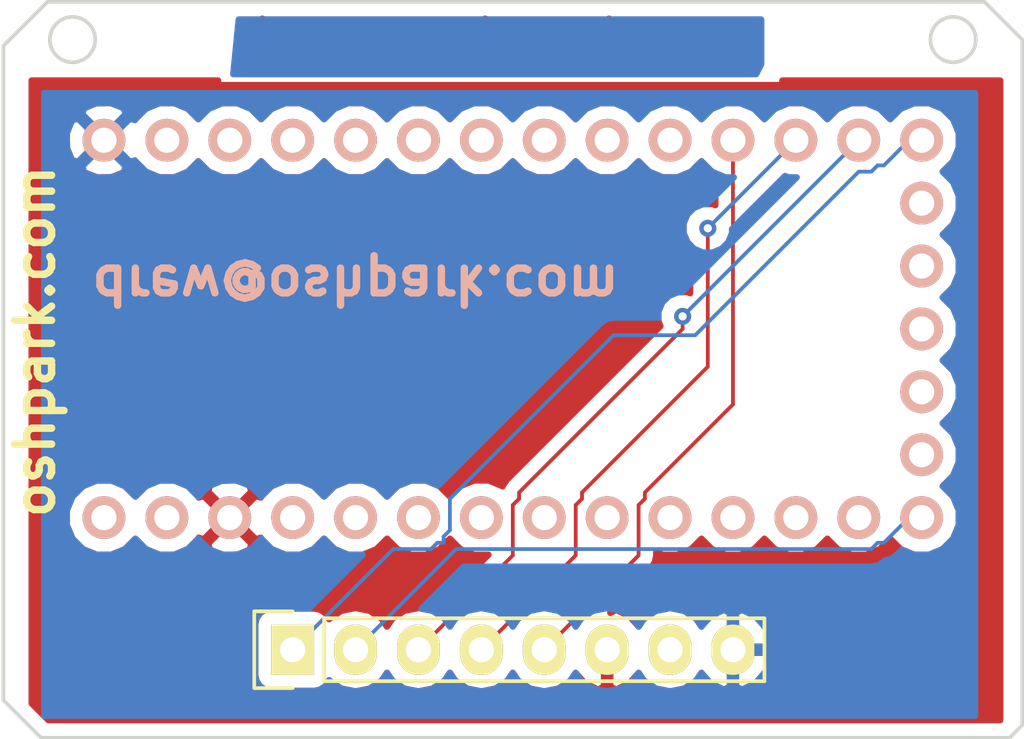
<source format=kicad_pcb>
(kicad_pcb (version 4) (host pcbnew 4.0.2-1.fc23-product)

  (general
    (links 7)
    (no_connects 0)
    (area 47.498 88.392 87.122 127)
    (thickness 1.6)
    (drawings 35)
    (tracks 43)
    (zones 0)
    (modules 2)
    (nets 35)
  )

  (page A4)
  (layers
    (0 F.Cu signal)
    (31 B.Cu signal)
    (32 B.Adhes user)
    (33 F.Adhes user)
    (34 B.Paste user)
    (35 F.Paste user)
    (36 B.SilkS user hide)
    (37 F.SilkS user)
    (38 B.Mask user)
    (39 F.Mask user)
    (40 Dwgs.User user)
    (41 Cmts.User user)
    (42 Eco1.User user)
    (43 Eco2.User user)
    (44 Edge.Cuts user)
    (45 Margin user)
    (46 B.CrtYd user)
    (47 F.CrtYd user)
    (48 B.Fab user)
    (49 F.Fab user)
  )

  (setup
    (last_trace_width 0.1524)
    (trace_clearance 0.1524)
    (zone_clearance 0.508)
    (zone_45_only no)
    (trace_min 0.1524)
    (segment_width 0.2)
    (edge_width 0.15)
    (via_size 0.6858)
    (via_drill 0.3302)
    (via_min_size 0.6858)
    (via_min_drill 0.3302)
    (uvia_size 0.3)
    (uvia_drill 0.1)
    (uvias_allowed no)
    (uvia_min_size 0)
    (uvia_min_drill 0)
    (pcb_text_width 0.3)
    (pcb_text_size 1.5 1.5)
    (mod_edge_width 0.15)
    (mod_text_size 1 1)
    (mod_text_width 0.15)
    (pad_size 1.524 1.524)
    (pad_drill 0.762)
    (pad_to_mask_clearance 0.2)
    (aux_axis_origin 0 0)
    (visible_elements FFFFF77F)
    (pcbplotparams
      (layerselection 0x00030_80000001)
      (usegerberextensions false)
      (excludeedgelayer true)
      (linewidth 0.100000)
      (plotframeref false)
      (viasonmask false)
      (mode 1)
      (useauxorigin false)
      (hpglpennumber 1)
      (hpglpenspeed 20)
      (hpglpendiameter 15)
      (hpglpenoverlay 2)
      (psnegative false)
      (psa4output false)
      (plotreference true)
      (plotvalue true)
      (plotinvisibletext false)
      (padsonsilk false)
      (subtractmaskfromsilk false)
      (outputformat 1)
      (mirror false)
      (drillshape 1)
      (scaleselection 1)
      (outputdirectory ""))
  )

  (net 0 "")
  (net 1 "Net-(J1-Pad0)")
  (net 2 "Net-(J1-Pad1)")
  (net 3 "Net-(J1-Pad2)")
  (net 4 "Net-(J1-Pad3)")
  (net 5 "Net-(J1-Pad4)")
  (net 6 "Net-(J1-Pad5)")
  (net 7 "Net-(J1-Pad6)")
  (net 8 "Net-(J1-Pad7)")
  (net 9 "Net-(J1-Pad8)")
  (net 10 "Net-(J1-Pad17A)")
  (net 11 "Net-(J1-Pad3V1)")
  (net 12 "Net-(J1-PadG2)")
  (net 13 "Net-(J1-PadPGM)")
  (net 14 "Net-(J1-PadDAC)")
  (net 15 "Net-(J1-Pad16)")
  (net 16 "Net-(J1-Pad18)")
  (net 17 "Net-(J1-Pad17)")
  (net 18 "Net-(J1-PadG3)")
  (net 19 "Net-(J1-Pad22)")
  (net 20 "Net-(J1-PadVIN)")
  (net 21 "Net-(J1-Pad21)")
  (net 22 "Net-(J1-Pad20)")
  (net 23 "Net-(J1-Pad19)")
  (net 24 "Net-(J1-Pad23)")
  (net 25 "Net-(J1-Pad14)")
  (net 26 "Net-(J1-Pad15)")
  (net 27 "Net-(J2-Pad7)")
  (net 28 /OLED_GND)
  (net 29 /MOSI)
  (net 30 /CLK)
  (net 31 /DC)
  (net 32 /CS)
  (net 33 /OLED_VIN)
  (net 34 /RST)

  (net_class Default "This is the default net class."
    (clearance 0.1524)
    (trace_width 0.1524)
    (via_dia 0.6858)
    (via_drill 0.3302)
    (uvia_dia 0.3)
    (uvia_drill 0.1)
    (add_net /CLK)
    (add_net /CS)
    (add_net /DC)
    (add_net /MOSI)
    (add_net /OLED_GND)
    (add_net /OLED_VIN)
    (add_net /RST)
    (add_net "Net-(J1-Pad0)")
    (add_net "Net-(J1-Pad1)")
    (add_net "Net-(J1-Pad14)")
    (add_net "Net-(J1-Pad15)")
    (add_net "Net-(J1-Pad16)")
    (add_net "Net-(J1-Pad17)")
    (add_net "Net-(J1-Pad17A)")
    (add_net "Net-(J1-Pad18)")
    (add_net "Net-(J1-Pad19)")
    (add_net "Net-(J1-Pad2)")
    (add_net "Net-(J1-Pad20)")
    (add_net "Net-(J1-Pad21)")
    (add_net "Net-(J1-Pad22)")
    (add_net "Net-(J1-Pad23)")
    (add_net "Net-(J1-Pad3)")
    (add_net "Net-(J1-Pad3V1)")
    (add_net "Net-(J1-Pad4)")
    (add_net "Net-(J1-Pad5)")
    (add_net "Net-(J1-Pad6)")
    (add_net "Net-(J1-Pad7)")
    (add_net "Net-(J1-Pad8)")
    (add_net "Net-(J1-PadDAC)")
    (add_net "Net-(J1-PadG2)")
    (add_net "Net-(J1-PadG3)")
    (add_net "Net-(J1-PadPGM)")
    (add_net "Net-(J1-PadVIN)")
    (add_net "Net-(J2-Pad7)")
  )

  (module TEENSY-LC (layer B.Cu) (tedit 573A94F4) (tstamp 573A8432)
    (at 60.706 101.092 270)
    (path /573A858B)
    (fp_text reference "" (at -2.032 9.906 270) (layer B.SilkS)
      (effects (font (size 1 1) (thickness 0.15)) (justify mirror))
    )
    (fp_text value TEENSY-LC (at -2.54 -20.32 450) (layer B.Fab)
      (effects (font (size 1 1) (thickness 0.15)) (justify mirror))
    )
    (fp_line (start -11.43 -24.13) (end 6.35 -24.13) (layer B.CrtYd) (width 0.1524))
    (fp_line (start -11.43 11.43) (end -11.43 -24.13) (layer B.CrtYd) (width 0.1524))
    (fp_line (start 6.35 11.43) (end -11.43 11.43) (layer B.CrtYd) (width 0.1524))
    (fp_line (start 6.35 -24.13) (end 6.35 11.43) (layer B.CrtYd) (width 0.1524))
    (pad G1 thru_hole circle (at -10.16 10.16 270) (size 1.7272 1.7272) (drill 1.016) (layers *.Cu *.Mask B.SilkS)
      (net 28 /OLED_GND))
    (pad 0 thru_hole circle (at -10.16 7.62 270) (size 1.7272 1.7272) (drill 1.016) (layers *.Cu *.Mask B.SilkS)
      (net 1 "Net-(J1-Pad0)"))
    (pad 1 thru_hole circle (at -10.16 5.08 270) (size 1.7272 1.7272) (drill 1.016) (layers *.Cu *.Mask B.SilkS)
      (net 2 "Net-(J1-Pad1)"))
    (pad 2 thru_hole circle (at -10.16 2.54 270) (size 1.7272 1.7272) (drill 1.016) (layers *.Cu *.Mask B.SilkS)
      (net 3 "Net-(J1-Pad2)"))
    (pad 3 thru_hole circle (at -10.16 0 270) (size 1.7272 1.7272) (drill 1.016) (layers *.Cu *.Mask B.SilkS)
      (net 4 "Net-(J1-Pad3)"))
    (pad 4 thru_hole circle (at -10.16 -2.54 270) (size 1.7272 1.7272) (drill 1.016) (layers *.Cu *.Mask B.SilkS)
      (net 5 "Net-(J1-Pad4)"))
    (pad 5 thru_hole circle (at -10.16 -5.08 270) (size 1.7272 1.7272) (drill 1.016) (layers *.Cu *.Mask B.SilkS)
      (net 6 "Net-(J1-Pad5)"))
    (pad 6 thru_hole circle (at -10.16 -7.62 270) (size 1.7272 1.7272) (drill 1.016) (layers *.Cu *.Mask B.SilkS)
      (net 7 "Net-(J1-Pad6)"))
    (pad 7 thru_hole circle (at -10.16 -10.16 270) (size 1.7272 1.7272) (drill 1.016) (layers *.Cu *.Mask B.SilkS)
      (net 8 "Net-(J1-Pad7)"))
    (pad 8 thru_hole circle (at -10.16 -12.7 270) (size 1.7272 1.7272) (drill 1.016) (layers *.Cu *.Mask B.SilkS)
      (net 9 "Net-(J1-Pad8)"))
    (pad 9 thru_hole circle (at -10.16 -15.24 270) (size 1.7272 1.7272) (drill 1.016) (layers *.Cu *.Mask B.SilkS)
      (net 29 /MOSI))
    (pad 10 thru_hole circle (at -10.16 -17.78 270) (size 1.7272 1.7272) (drill 1.016) (layers *.Cu *.Mask B.SilkS)
      (net 30 /CLK))
    (pad 11 thru_hole circle (at -10.16 -20.32 270) (size 1.7272 1.7272) (drill 1.016) (layers *.Cu *.Mask B.SilkS)
      (net 31 /DC))
    (pad 12 thru_hole circle (at -10.16 -22.86 270) (size 1.7272 1.7272) (drill 1.016) (layers *.Cu *.Mask B.SilkS)
      (net 32 /CS))
    (pad 17A thru_hole circle (at -7.62 -22.86 270) (size 1.7272 1.7272) (drill 1.016) (layers *.Cu *.Mask B.SilkS)
      (net 10 "Net-(J1-Pad17A)"))
    (pad 3V1 thru_hole circle (at -5.08 -22.86 270) (size 1.7272 1.7272) (drill 1.016) (layers *.Cu *.Mask B.SilkS)
      (net 11 "Net-(J1-Pad3V1)"))
    (pad G2 thru_hole circle (at -2.54 -22.86 270) (size 1.7272 1.7272) (drill 1.016) (layers *.Cu *.Mask B.SilkS)
      (net 12 "Net-(J1-PadG2)"))
    (pad PGM thru_hole circle (at 0 -22.86 270) (size 1.7272 1.7272) (drill 1.016) (layers *.Cu *.Mask B.SilkS)
      (net 13 "Net-(J1-PadPGM)"))
    (pad DAC thru_hole circle (at 2.54 -22.86 270) (size 1.7272 1.7272) (drill 1.016) (layers *.Cu *.Mask B.SilkS)
      (net 14 "Net-(J1-PadDAC)"))
    (pad 13 thru_hole circle (at 5.08 -22.86 270) (size 1.7272 1.7272) (drill 1.016) (layers *.Cu *.Mask B.SilkS)
      (net 34 /RST))
    (pad 16 thru_hole circle (at 5.08 -15.24 270) (size 1.7272 1.7272) (drill 1.016) (layers *.Cu *.Mask B.SilkS)
      (net 15 "Net-(J1-Pad16)"))
    (pad 3V2 thru_hole circle (at 5.08 5.08 270) (size 1.7272 1.7272) (drill 1.016) (layers *.Cu *.Mask B.SilkS)
      (net 33 /OLED_VIN))
    (pad 18 thru_hole circle (at 5.08 -10.16 270) (size 1.7272 1.7272) (drill 1.016) (layers *.Cu *.Mask B.SilkS)
      (net 16 "Net-(J1-Pad18)"))
    (pad 17 thru_hole circle (at 5.08 -12.7 270) (size 1.7272 1.7272) (drill 1.016) (layers *.Cu *.Mask B.SilkS)
      (net 17 "Net-(J1-Pad17)"))
    (pad G3 thru_hole circle (at 5.08 7.62 270) (size 1.7272 1.7272) (drill 1.016) (layers *.Cu *.Mask B.SilkS)
      (net 18 "Net-(J1-PadG3)"))
    (pad 22 thru_hole circle (at 5.08 0 270) (size 1.7272 1.7272) (drill 1.016) (layers *.Cu *.Mask B.SilkS)
      (net 19 "Net-(J1-Pad22)"))
    (pad VIN thru_hole circle (at 5.08 10.16 270) (size 1.7272 1.7272) (drill 1.016) (layers *.Cu *.Mask B.SilkS)
      (net 20 "Net-(J1-PadVIN)"))
    (pad 21 thru_hole circle (at 5.08 -2.54 270) (size 1.7272 1.7272) (drill 1.016) (layers *.Cu *.Mask B.SilkS)
      (net 21 "Net-(J1-Pad21)"))
    (pad 20 thru_hole circle (at 5.08 -5.08 270) (size 1.7272 1.7272) (drill 1.016) (layers *.Cu *.Mask B.SilkS)
      (net 22 "Net-(J1-Pad20)"))
    (pad 19 thru_hole circle (at 5.08 -7.62 270) (size 1.7272 1.7272) (drill 1.016) (layers *.Cu *.Mask B.SilkS)
      (net 23 "Net-(J1-Pad19)"))
    (pad 23 thru_hole circle (at 5.08 2.54 270) (size 1.7272 1.7272) (drill 1.016) (layers *.Cu *.Mask B.SilkS)
      (net 24 "Net-(J1-Pad23)"))
    (pad 14 thru_hole circle (at 5.08 -20.32 270) (size 1.7272 1.7272) (drill 1.016) (layers *.Cu *.Mask B.SilkS)
      (net 25 "Net-(J1-Pad14)"))
    (pad 15 thru_hole circle (at 5.08 -17.78 270) (size 1.7272 1.7272) (drill 1.016) (layers *.Cu *.Mask B.SilkS)
      (net 26 "Net-(J1-Pad15)"))
  )

  (module Wickerlib:Pin_Header_Straight_1x08 (layer F.Cu) (tedit 573AA435) (tstamp 573A8638)
    (at 58.166 111.506 90)
    (descr "Through hole pin header")
    (tags "pin header")
    (path /573A86BD)
    (fp_text reference "" (at 0 -5.1 90) (layer F.SilkS)
      (effects (font (size 1 1) (thickness 0.15)))
    )
    (fp_text value OLED (at 0 -3.1 90) (layer F.Fab)
      (effects (font (size 1 1) (thickness 0.15)))
    )
    (fp_line (start -1.75 -1.75) (end -1.75 19.55) (layer F.CrtYd) (width 0.05))
    (fp_line (start 1.75 -1.75) (end 1.75 19.55) (layer F.CrtYd) (width 0.05))
    (fp_line (start -1.75 -1.75) (end 1.75 -1.75) (layer F.CrtYd) (width 0.05))
    (fp_line (start -1.75 19.55) (end 1.75 19.55) (layer F.CrtYd) (width 0.05))
    (fp_line (start 1.27 1.27) (end 1.27 19.05) (layer F.SilkS) (width 0.15))
    (fp_line (start 1.27 19.05) (end -1.27 19.05) (layer F.SilkS) (width 0.15))
    (fp_line (start -1.27 19.05) (end -1.27 1.27) (layer F.SilkS) (width 0.15))
    (fp_line (start 1.55 -1.55) (end 1.55 0) (layer F.SilkS) (width 0.15))
    (fp_line (start 1.27 1.27) (end -1.27 1.27) (layer F.SilkS) (width 0.15))
    (fp_line (start -1.55 0) (end -1.55 -1.55) (layer F.SilkS) (width 0.15))
    (fp_line (start -1.55 -1.55) (end 1.55 -1.55) (layer F.SilkS) (width 0.15))
    (pad 1 thru_hole rect (at 0 0 90) (size 2.032 1.7272) (drill 1.016) (layers *.Cu *.Mask F.SilkS)
      (net 32 /CS))
    (pad 2 thru_hole oval (at 0 2.54 90) (size 2.032 1.7272) (drill 1.016) (layers *.Cu *.Mask F.SilkS)
      (net 34 /RST))
    (pad 3 thru_hole oval (at 0 5.08 90) (size 2.032 1.7272) (drill 1.016) (layers *.Cu *.Mask F.SilkS)
      (net 31 /DC))
    (pad 4 thru_hole oval (at 0 7.62 90) (size 2.032 1.7272) (drill 1.016) (layers *.Cu *.Mask F.SilkS)
      (net 30 /CLK))
    (pad 5 thru_hole oval (at 0 10.16 90) (size 2.032 1.7272) (drill 1.016) (layers *.Cu *.Mask F.SilkS)
      (net 29 /MOSI))
    (pad 6 thru_hole oval (at 0 12.7 90) (size 2.032 1.7272) (drill 1.016) (layers *.Cu *.Mask F.SilkS)
      (net 33 /OLED_VIN))
    (pad 7 thru_hole oval (at 0 15.24 90) (size 2.032 1.7272) (drill 1.016) (layers *.Cu *.Mask F.SilkS)
      (net 27 "Net-(J2-Pad7)"))
    (pad 8 thru_hole oval (at 0 17.78 90) (size 2.032 1.7272) (drill 1.016) (layers *.Cu *.Mask F.SilkS)
      (net 28 /OLED_GND))
    (model Pin_Headers.3dshapes/Pin_Header_Straight_1x08.wrl
      (at (xyz 0 -0.35 0))
      (scale (xyz 1 1 1))
      (rotate (xyz 0 0 90))
    )
  )

  (gr_line (start 85.598 115.062) (end 87.122 115.062) (angle 90) (layer Edge.Cuts) (width 0.15))
  (gr_line (start 46.482 112.776) (end 46.482 113.538) (angle 90) (layer Edge.Cuts) (width 0.15))
  (gr_text "DREW FUSTINI" (at 58.42 98.806 180) (layer B.Mask)
    (effects (font (size 1.5 1.5) (thickness 0.3)) (justify mirror))
  )
  (gr_text "DREW FUSTINI" (at 86.106 98.806 90) (layer F.Mask)
    (effects (font (size 1.5 1.5) (thickness 0.3)))
  )
  (gr_text oshpark.com (at 47.752 99.06 90) (layer F.SilkS)
    (effects (font (size 1.5 1.5) (thickness 0.3)))
  )
  (gr_text "OSH\nPark" (at 51.054 111.506) (layer F.Mask)
    (effects (font (size 1.5 1.5) (thickness 0.3)))
  )
  (gr_arc (start 79.248 111.76) (end 79.502 111.76) (angle 90) (layer F.Mask) (width 0.2))
  (gr_arc (start 82.296 111.76) (end 82.296 112.014) (angle 90) (layer F.Mask) (width 0.2))
  (gr_arc (start 80.264 110.998) (end 80.01 111.252) (angle 90) (layer F.Mask) (width 0.2))
  (gr_arc (start 81.534 110.998) (end 81.28 111.252) (angle 90) (layer F.Mask) (width 0.2))
  (gr_line (start 81.534 109.22) (end 81.788 109.474) (angle 90) (layer F.Mask) (width 0.2))
  (gr_line (start 81.28 109.474) (end 81.534 109.22) (angle 90) (layer F.Mask) (width 0.2))
  (gr_line (start 80.264 109.22) (end 80.518 109.474) (angle 90) (layer F.Mask) (width 0.2))
  (gr_line (start 80.01 109.474) (end 80.264 109.22) (angle 90) (layer F.Mask) (width 0.2))
  (gr_arc (start 80.772 110.744) (end 82.042 112.014) (angle 90) (layer F.Mask) (width 0.2))
  (gr_line (start 81.534 109.728) (end 81.534 111.252) (angle 90) (layer F.Mask) (width 0.2))
  (gr_line (start 80.264 109.728) (end 80.264 111.252) (angle 90) (layer F.Mask) (width 0.2))
  (gr_text drew@oshpark.com (at 66.548 86.868) (layer F.Cu)
    (effects (font (size 1.5 1.5) (thickness 0.3)))
  )
  (gr_text drew@oshpark.com (at 66.548 86.868) (layer B.Mask)
    (effects (font (size 1.5 1.5) (thickness 0.3)) (justify mirror))
  )
  (gr_text drew@oshpark.com (at 66.548 86.868) (layer F.Mask)
    (effects (font (size 1.5 1.5) (thickness 0.3)))
  )
  (gr_circle (center 84.836 86.868) (end 84.328 86.106) (layer Edge.Cuts) (width 0.15) (tstamp 573AA278))
  (gr_circle (center 49.276 86.868) (end 48.768 86.106) (layer Edge.Cuts) (width 0.15))
  (gr_line (start 87.63 114.554) (end 87.122 115.062) (angle 90) (layer Edge.Cuts) (width 0.15))
  (gr_line (start 87.63 113.792) (end 87.63 114.554) (angle 90) (layer Edge.Cuts) (width 0.15))
  (gr_line (start 87.63 86.868) (end 87.63 113.792) (angle 90) (layer Edge.Cuts) (width 0.15))
  (gr_line (start 86.106 85.344) (end 87.63 86.868) (angle 90) (layer Edge.Cuts) (width 0.15))
  (gr_line (start 85.09 85.344) (end 86.106 85.344) (angle 90) (layer Edge.Cuts) (width 0.15))
  (gr_line (start 83.82 85.344) (end 85.09 85.344) (angle 90) (layer Edge.Cuts) (width 0.15))
  (gr_line (start 48.26 85.344) (end 83.82 85.344) (angle 90) (layer Edge.Cuts) (width 0.15))
  (gr_line (start 46.482 87.122) (end 48.26 85.344) (angle 90) (layer Edge.Cuts) (width 0.15))
  (gr_line (start 46.482 113.03) (end 46.482 87.122) (angle 90) (layer Edge.Cuts) (width 0.15))
  (gr_line (start 48.006 115.062) (end 85.598 115.062) (angle 90) (layer Edge.Cuts) (width 0.15))
  (gr_line (start 46.482 113.538) (end 48.006 115.062) (angle 90) (layer Edge.Cuts) (width 0.15))
  (gr_text drew@oshpark.com (at 60.706 95.25) (layer F.Mask)
    (effects (font (size 1.5 1.5) (thickness 0.3)))
  )
  (gr_text drew@oshpark.com (at 60.706 96.774 180) (layer B.SilkS)
    (effects (font (size 1.5 1.5) (thickness 0.3)) (justify mirror))
  )

  (segment (start 68.326 111.506) (end 72.136 107.696) (width 0.1524) (layer F.Cu) (net 29) (status 80000))
  (segment (start 72.136 107.696) (end 72.136 105.664) (width 0.1524) (layer F.Cu) (net 29) (status 80000))
  (segment (start 72.136 105.664) (end 72.39 105.41) (width 0.1524) (layer F.Cu) (net 29) (status 80000))
  (segment (start 72.39 105.41) (end 72.39 105.156) (width 0.1524) (layer F.Cu) (net 29) (status 80000))
  (segment (start 72.39 105.156) (end 75.946 101.6) (width 0.1524) (layer F.Cu) (net 29) (status 80000))
  (segment (start 75.946 101.6) (end 75.946 90.932) (width 0.1524) (layer F.Cu) (net 29) (status 80000))
  (segment (start 65.786 111.506) (end 69.596 107.696) (width 0.1524) (layer F.Cu) (net 30) (status 80000))
  (segment (start 69.596 107.696) (end 69.596 105.664) (width 0.1524) (layer F.Cu) (net 30) (status 80000))
  (segment (start 69.596 105.664) (end 69.85 105.41) (width 0.1524) (layer F.Cu) (net 30) (status 80000))
  (segment (start 69.85 105.41) (end 69.85 105.156) (width 0.1524) (layer F.Cu) (net 30) (status 80000))
  (segment (start 69.85 105.156) (end 74.93 100.076) (width 0.1524) (layer F.Cu) (net 30) (status 80000))
  (segment (start 74.93 100.076) (end 74.93 94.488) (width 0.1524) (layer F.Cu) (net 30) (status 80000))
  (via (at 74.93 94.488) (size 0.6858) (layers F.Cu B.Cu) (net 30) (status 80000))
  (segment (start 74.93 94.488) (end 78.486 90.932) (width 0.1524) (layer B.Cu) (net 30) (status 80000))
  (segment (start 63.246 111.506) (end 67.056 107.696) (width 0.1524) (layer F.Cu) (net 31) (status 80000))
  (segment (start 67.056 107.696) (end 67.056 105.664) (width 0.1524) (layer F.Cu) (net 31) (status 80000))
  (segment (start 67.056 105.664) (end 67.31 105.41) (width 0.1524) (layer F.Cu) (net 31) (status 80000))
  (segment (start 67.31 105.41) (end 67.31 105.156) (width 0.1524) (layer F.Cu) (net 31) (status 80000))
  (segment (start 67.31 105.156) (end 73.914 98.552) (width 0.1524) (layer F.Cu) (net 31) (status 80000))
  (segment (start 73.914 98.552) (end 73.914 98.044) (width 0.1524) (layer F.Cu) (net 31) (status 80000))
  (via (at 73.914 98.044) (size 0.6858) (layers F.Cu B.Cu) (net 31) (status 80000))
  (segment (start 73.914 98.044) (end 81.026 90.932) (width 0.1524) (layer B.Cu) (net 31) (status 80000))
  (segment (start 58.166 111.506) (end 62.23 107.442) (width 0.1524) (layer B.Cu) (net 32) (status 80000))
  (segment (start 62.23 107.442) (end 63.754 107.442) (width 0.1524) (layer B.Cu) (net 32) (status 80000))
  (segment (start 63.754 107.442) (end 64.008 107.188) (width 0.1524) (layer B.Cu) (net 32) (status 80000))
  (segment (start 64.008 107.188) (end 64.262 107.188) (width 0.1524) (layer B.Cu) (net 32) (status 80000))
  (segment (start 64.262 107.188) (end 64.262 106.934) (width 0.1524) (layer B.Cu) (net 32) (status 80000))
  (segment (start 64.262 106.934) (end 64.516 106.68) (width 0.1524) (layer B.Cu) (net 32) (status 80000))
  (segment (start 64.516 106.68) (end 64.516 105.41) (width 0.1524) (layer B.Cu) (net 32) (status 80000))
  (segment (start 64.516 105.41) (end 71.12 98.806) (width 0.1524) (layer B.Cu) (net 32) (status 80000))
  (segment (start 71.12 98.806) (end 74.422 98.806) (width 0.1524) (layer B.Cu) (net 32) (status 80000))
  (segment (start 74.422 98.806) (end 81.026 92.202) (width 0.1524) (layer B.Cu) (net 32) (status 80000))
  (segment (start 81.026 92.202) (end 81.534 92.202) (width 0.1524) (layer B.Cu) (net 32) (status 80000))
  (segment (start 81.534 92.202) (end 81.788 91.948) (width 0.1524) (layer B.Cu) (net 32) (status 80000))
  (segment (start 81.788 91.948) (end 82.042 91.948) (width 0.1524) (layer B.Cu) (net 32) (status 80000))
  (segment (start 82.042 91.948) (end 83.058 90.932) (width 0.1524) (layer B.Cu) (net 32) (status 80000))
  (segment (start 83.058 90.932) (end 83.566 90.932) (width 0.1524) (layer B.Cu) (net 32) (status 80000))
  (segment (start 60.706 111.506) (end 64.77 107.442) (width 0.1524) (layer B.Cu) (net 34) (status 80000))
  (segment (start 64.77 107.442) (end 81.534 107.442) (width 0.1524) (layer B.Cu) (net 34) (status 80000))
  (segment (start 81.534 107.442) (end 81.788 107.188) (width 0.1524) (layer B.Cu) (net 34) (status 80000))
  (segment (start 81.788 107.188) (end 82.042 107.188) (width 0.1524) (layer B.Cu) (net 34) (status 80000))
  (segment (start 82.042 107.188) (end 83.058 106.172) (width 0.1524) (layer B.Cu) (net 34) (status 80000))
  (segment (start 83.058 106.172) (end 83.566 106.172) (width 0.1524) (layer B.Cu) (net 34) (status 80000))

  (zone (net 33) (net_name /OLED_VIN) (layer F.Cu) (tstamp 573AA0E5) (hatch edge 0.508)
    (connect_pads (clearance 0.508))
    (min_thickness 0.254)
    (fill yes (arc_segments 16) (thermal_gap 0.508) (thermal_bridge_width 0.508))
    (polygon
      (pts
        (xy 47.498 88.392) (xy 86.868 88.392) (xy 86.868 114.808) (xy 47.498 114.808)
      )
    )
    (filled_polygon
      (pts
        (xy 55.155857 88.703) (xy 77.940143 88.703) (xy 77.940143 88.519) (xy 86.741 88.519) (xy 86.741 114.352)
        (xy 48.300091 114.352) (xy 47.625 113.676908) (xy 47.625 106.468782) (xy 49.047141 106.468782) (xy 49.274808 107.01978)
        (xy 49.696003 107.44171) (xy 50.246602 107.670339) (xy 50.842782 107.670859) (xy 51.39378 107.443192) (xy 51.81571 107.021997)
        (xy 51.816095 107.021069) (xy 52.236003 107.44171) (xy 52.786602 107.670339) (xy 53.382782 107.670859) (xy 53.93378 107.443192)
        (xy 54.151546 107.225805) (xy 54.7518 107.225805) (xy 54.833741 107.478516) (xy 55.39403 107.682248) (xy 55.989635 107.656058)
        (xy 56.418259 107.478516) (xy 56.5002 107.225805) (xy 55.626 106.351605) (xy 54.7518 107.225805) (xy 54.151546 107.225805)
        (xy 54.35571 107.021997) (xy 54.372541 106.981463) (xy 54.572195 107.0462) (xy 55.446395 106.172) (xy 54.572195 105.2978)
        (xy 54.372967 105.362399) (xy 54.357192 105.32422) (xy 54.151526 105.118195) (xy 54.7518 105.118195) (xy 55.626 105.992395)
        (xy 56.5002 105.118195) (xy 56.418259 104.865484) (xy 55.85797 104.661752) (xy 55.262365 104.687942) (xy 54.833741 104.865484)
        (xy 54.7518 105.118195) (xy 54.151526 105.118195) (xy 53.935997 104.90229) (xy 53.385398 104.673661) (xy 52.789218 104.673141)
        (xy 52.23822 104.900808) (xy 51.81629 105.322003) (xy 51.815905 105.322931) (xy 51.395997 104.90229) (xy 50.845398 104.673661)
        (xy 50.249218 104.673141) (xy 49.69822 104.900808) (xy 49.27629 105.322003) (xy 49.047661 105.872602) (xy 49.047141 106.468782)
        (xy 47.625 106.468782) (xy 47.625 91.228782) (xy 49.047141 91.228782) (xy 49.274808 91.77978) (xy 49.696003 92.20171)
        (xy 50.246602 92.430339) (xy 50.842782 92.430859) (xy 51.39378 92.203192) (xy 51.81571 91.781997) (xy 51.816095 91.781069)
        (xy 52.236003 92.20171) (xy 52.786602 92.430339) (xy 53.382782 92.430859) (xy 53.93378 92.203192) (xy 54.35571 91.781997)
        (xy 54.356095 91.781069) (xy 54.776003 92.20171) (xy 55.326602 92.430339) (xy 55.922782 92.430859) (xy 56.47378 92.203192)
        (xy 56.89571 91.781997) (xy 56.896095 91.781069) (xy 57.316003 92.20171) (xy 57.866602 92.430339) (xy 58.462782 92.430859)
        (xy 59.01378 92.203192) (xy 59.43571 91.781997) (xy 59.436095 91.781069) (xy 59.856003 92.20171) (xy 60.406602 92.430339)
        (xy 61.002782 92.430859) (xy 61.55378 92.203192) (xy 61.97571 91.781997) (xy 61.976095 91.781069) (xy 62.396003 92.20171)
        (xy 62.946602 92.430339) (xy 63.542782 92.430859) (xy 64.09378 92.203192) (xy 64.51571 91.781997) (xy 64.516095 91.781069)
        (xy 64.936003 92.20171) (xy 65.486602 92.430339) (xy 66.082782 92.430859) (xy 66.63378 92.203192) (xy 67.05571 91.781997)
        (xy 67.056095 91.781069) (xy 67.476003 92.20171) (xy 68.026602 92.430339) (xy 68.622782 92.430859) (xy 69.17378 92.203192)
        (xy 69.59571 91.781997) (xy 69.596095 91.781069) (xy 70.016003 92.20171) (xy 70.566602 92.430339) (xy 71.162782 92.430859)
        (xy 71.71378 92.203192) (xy 72.13571 91.781997) (xy 72.136095 91.781069) (xy 72.556003 92.20171) (xy 73.106602 92.430339)
        (xy 73.702782 92.430859) (xy 74.25378 92.203192) (xy 74.67571 91.781997) (xy 74.676095 91.781069) (xy 75.096003 92.20171)
        (xy 75.2348 92.259344) (xy 75.2348 93.555709) (xy 75.12537 93.51027) (xy 74.736337 93.509931) (xy 74.376788 93.658493)
        (xy 74.10146 93.933341) (xy 73.95227 94.29263) (xy 73.951931 94.681663) (xy 74.100493 95.041212) (xy 74.2188 95.159726)
        (xy 74.2188 97.111709) (xy 74.10937 97.06627) (xy 73.720337 97.065931) (xy 73.360788 97.214493) (xy 73.08546 97.489341)
        (xy 72.93627 97.84863) (xy 72.935931 98.237663) (xy 73.019732 98.440479) (xy 66.807106 104.653106) (xy 66.652937 104.883835)
        (xy 66.647061 104.913374) (xy 66.635997 104.90229) (xy 66.085398 104.673661) (xy 65.489218 104.673141) (xy 64.93822 104.900808)
        (xy 64.51629 105.322003) (xy 64.515905 105.322931) (xy 64.095997 104.90229) (xy 63.545398 104.673661) (xy 62.949218 104.673141)
        (xy 62.39822 104.900808) (xy 61.97629 105.322003) (xy 61.975905 105.322931) (xy 61.555997 104.90229) (xy 61.005398 104.673661)
        (xy 60.409218 104.673141) (xy 59.85822 104.900808) (xy 59.43629 105.322003) (xy 59.435905 105.322931) (xy 59.015997 104.90229)
        (xy 58.465398 104.673661) (xy 57.869218 104.673141) (xy 57.31822 104.900808) (xy 56.89629 105.322003) (xy 56.879459 105.362537)
        (xy 56.679805 105.2978) (xy 55.805605 106.172) (xy 56.679805 107.0462) (xy 56.879033 106.981601) (xy 56.894808 107.01978)
        (xy 57.316003 107.44171) (xy 57.866602 107.670339) (xy 58.462782 107.670859) (xy 59.01378 107.443192) (xy 59.43571 107.021997)
        (xy 59.436095 107.021069) (xy 59.856003 107.44171) (xy 60.406602 107.670339) (xy 61.002782 107.670859) (xy 61.55378 107.443192)
        (xy 61.97571 107.021997) (xy 61.976095 107.021069) (xy 62.396003 107.44171) (xy 62.946602 107.670339) (xy 63.542782 107.670859)
        (xy 64.09378 107.443192) (xy 64.51571 107.021997) (xy 64.516095 107.021069) (xy 64.936003 107.44171) (xy 65.486602 107.670339)
        (xy 66.075359 107.670853) (xy 63.811143 109.935069) (xy 63.246 109.822655) (xy 62.672511 109.936729) (xy 62.18633 110.261585)
        (xy 61.976 110.576366) (xy 61.76567 110.261585) (xy 61.279489 109.936729) (xy 60.706 109.822655) (xy 60.132511 109.936729)
        (xy 59.64633 110.261585) (xy 59.636757 110.275913) (xy 59.632762 110.254683) (xy 59.49369 110.038559) (xy 59.28149 109.893569)
        (xy 59.0296 109.84256) (xy 57.3024 109.84256) (xy 57.067083 109.886838) (xy 56.850959 110.02591) (xy 56.705969 110.23811)
        (xy 56.65496 110.49) (xy 56.65496 112.522) (xy 56.699238 112.757317) (xy 56.83831 112.973441) (xy 57.05051 113.118431)
        (xy 57.3024 113.16944) (xy 59.0296 113.16944) (xy 59.264917 113.125162) (xy 59.481041 112.98609) (xy 59.626031 112.77389)
        (xy 59.6344 112.732561) (xy 59.64633 112.750415) (xy 60.132511 113.075271) (xy 60.706 113.189345) (xy 61.279489 113.075271)
        (xy 61.76567 112.750415) (xy 61.976 112.435634) (xy 62.18633 112.750415) (xy 62.672511 113.075271) (xy 63.246 113.189345)
        (xy 63.819489 113.075271) (xy 64.30567 112.750415) (xy 64.516 112.435634) (xy 64.72633 112.750415) (xy 65.212511 113.075271)
        (xy 65.786 113.189345) (xy 66.359489 113.075271) (xy 66.84567 112.750415) (xy 67.056 112.435634) (xy 67.26633 112.750415)
        (xy 67.752511 113.075271) (xy 68.326 113.189345) (xy 68.899489 113.075271) (xy 69.38567 112.750415) (xy 69.592461 112.440931)
        (xy 69.963964 112.856732) (xy 70.491209 113.110709) (xy 70.506974 113.113358) (xy 70.739 112.992217) (xy 70.739 111.633)
        (xy 70.719 111.633) (xy 70.719 111.379) (xy 70.739 111.379) (xy 70.739 111.359) (xy 70.993 111.359)
        (xy 70.993 111.379) (xy 71.013 111.379) (xy 71.013 111.633) (xy 70.993 111.633) (xy 70.993 112.992217)
        (xy 71.225026 113.113358) (xy 71.240791 113.110709) (xy 71.768036 112.856732) (xy 72.139539 112.440931) (xy 72.34633 112.750415)
        (xy 72.832511 113.075271) (xy 73.406 113.189345) (xy 73.979489 113.075271) (xy 74.46567 112.750415) (xy 74.676 112.435634)
        (xy 74.88633 112.750415) (xy 75.372511 113.075271) (xy 75.946 113.189345) (xy 76.519489 113.075271) (xy 77.00567 112.750415)
        (xy 77.330526 112.264234) (xy 77.4446 111.690745) (xy 77.4446 111.321255) (xy 77.330526 110.747766) (xy 77.00567 110.261585)
        (xy 76.519489 109.936729) (xy 75.946 109.822655) (xy 75.372511 109.936729) (xy 74.88633 110.261585) (xy 74.676 110.576366)
        (xy 74.46567 110.261585) (xy 73.979489 109.936729) (xy 73.406 109.822655) (xy 72.832511 109.936729) (xy 72.34633 110.261585)
        (xy 72.139539 110.571069) (xy 71.768036 110.155268) (xy 71.240791 109.901291) (xy 71.225026 109.898642) (xy 70.993002 110.019782)
        (xy 70.993002 109.855) (xy 70.982789 109.855) (xy 72.638895 108.198894) (xy 72.793063 107.968164) (xy 72.8472 107.696)
        (xy 72.8472 107.562626) (xy 73.106602 107.670339) (xy 73.702782 107.670859) (xy 74.25378 107.443192) (xy 74.67571 107.021997)
        (xy 74.676095 107.021069) (xy 75.096003 107.44171) (xy 75.646602 107.670339) (xy 76.242782 107.670859) (xy 76.79378 107.443192)
        (xy 77.21571 107.021997) (xy 77.216095 107.021069) (xy 77.636003 107.44171) (xy 78.186602 107.670339) (xy 78.782782 107.670859)
        (xy 79.33378 107.443192) (xy 79.75571 107.021997) (xy 79.756095 107.021069) (xy 80.176003 107.44171) (xy 80.726602 107.670339)
        (xy 81.322782 107.670859) (xy 81.87378 107.443192) (xy 82.29571 107.021997) (xy 82.296095 107.021069) (xy 82.716003 107.44171)
        (xy 83.266602 107.670339) (xy 83.862782 107.670859) (xy 84.41378 107.443192) (xy 84.83571 107.021997) (xy 85.064339 106.471398)
        (xy 85.064859 105.875218) (xy 84.837192 105.32422) (xy 84.415997 104.90229) (xy 84.415069 104.901905) (xy 84.83571 104.481997)
        (xy 85.064339 103.931398) (xy 85.064859 103.335218) (xy 84.837192 102.78422) (xy 84.415997 102.36229) (xy 84.415069 102.361905)
        (xy 84.83571 101.941997) (xy 85.064339 101.391398) (xy 85.064859 100.795218) (xy 84.837192 100.24422) (xy 84.415997 99.82229)
        (xy 84.415069 99.821905) (xy 84.83571 99.401997) (xy 85.064339 98.851398) (xy 85.064859 98.255218) (xy 84.837192 97.70422)
        (xy 84.415997 97.28229) (xy 84.415069 97.281905) (xy 84.83571 96.861997) (xy 85.064339 96.311398) (xy 85.064859 95.715218)
        (xy 84.837192 95.16422) (xy 84.415997 94.74229) (xy 84.415069 94.741905) (xy 84.83571 94.321997) (xy 85.064339 93.771398)
        (xy 85.064859 93.175218) (xy 84.837192 92.62422) (xy 84.415997 92.20229) (xy 84.415069 92.201905) (xy 84.83571 91.781997)
        (xy 85.064339 91.231398) (xy 85.064859 90.635218) (xy 84.837192 90.08422) (xy 84.415997 89.66229) (xy 83.865398 89.433661)
        (xy 83.269218 89.433141) (xy 82.71822 89.660808) (xy 82.29629 90.082003) (xy 82.295905 90.082931) (xy 81.875997 89.66229)
        (xy 81.325398 89.433661) (xy 80.729218 89.433141) (xy 80.17822 89.660808) (xy 79.75629 90.082003) (xy 79.755905 90.082931)
        (xy 79.335997 89.66229) (xy 78.785398 89.433661) (xy 78.189218 89.433141) (xy 77.63822 89.660808) (xy 77.21629 90.082003)
        (xy 77.215905 90.082931) (xy 76.795997 89.66229) (xy 76.245398 89.433661) (xy 75.649218 89.433141) (xy 75.09822 89.660808)
        (xy 74.67629 90.082003) (xy 74.675905 90.082931) (xy 74.255997 89.66229) (xy 73.705398 89.433661) (xy 73.109218 89.433141)
        (xy 72.55822 89.660808) (xy 72.13629 90.082003) (xy 72.135905 90.082931) (xy 71.715997 89.66229) (xy 71.165398 89.433661)
        (xy 70.569218 89.433141) (xy 70.01822 89.660808) (xy 69.59629 90.082003) (xy 69.595905 90.082931) (xy 69.175997 89.66229)
        (xy 68.625398 89.433661) (xy 68.029218 89.433141) (xy 67.47822 89.660808) (xy 67.05629 90.082003) (xy 67.055905 90.082931)
        (xy 66.635997 89.66229) (xy 66.085398 89.433661) (xy 65.489218 89.433141) (xy 64.93822 89.660808) (xy 64.51629 90.082003)
        (xy 64.515905 90.082931) (xy 64.095997 89.66229) (xy 63.545398 89.433661) (xy 62.949218 89.433141) (xy 62.39822 89.660808)
        (xy 61.97629 90.082003) (xy 61.975905 90.082931) (xy 61.555997 89.66229) (xy 61.005398 89.433661) (xy 60.409218 89.433141)
        (xy 59.85822 89.660808) (xy 59.43629 90.082003) (xy 59.435905 90.082931) (xy 59.015997 89.66229) (xy 58.465398 89.433661)
        (xy 57.869218 89.433141) (xy 57.31822 89.660808) (xy 56.89629 90.082003) (xy 56.895905 90.082931) (xy 56.475997 89.66229)
        (xy 55.925398 89.433661) (xy 55.329218 89.433141) (xy 54.77822 89.660808) (xy 54.35629 90.082003) (xy 54.355905 90.082931)
        (xy 53.935997 89.66229) (xy 53.385398 89.433661) (xy 52.789218 89.433141) (xy 52.23822 89.660808) (xy 51.81629 90.082003)
        (xy 51.815905 90.082931) (xy 51.395997 89.66229) (xy 50.845398 89.433661) (xy 50.249218 89.433141) (xy 49.69822 89.660808)
        (xy 49.27629 90.082003) (xy 49.047661 90.632602) (xy 49.047141 91.228782) (xy 47.625 91.228782) (xy 47.625 88.519)
        (xy 55.155857 88.519)
      )
    )
  )
  (zone (net 28) (net_name /OLED_GND) (layer B.Cu) (tstamp 573AA115) (hatch edge 0.508)
    (connect_pads (clearance 0.508))
    (min_thickness 0.254)
    (fill yes (arc_segments 16) (thermal_gap 0.508) (thermal_bridge_width 0.508))
    (polygon
      (pts
        (xy 48.006 88.9) (xy 85.852 88.9) (xy 85.852 114.3) (xy 48.006 114.3)
      )
    )
    (filled_polygon
      (pts
        (xy 85.725 114.173) (xy 48.133 114.173) (xy 48.133 106.468782) (xy 49.047141 106.468782) (xy 49.274808 107.01978)
        (xy 49.696003 107.44171) (xy 50.246602 107.670339) (xy 50.842782 107.670859) (xy 51.39378 107.443192) (xy 51.81571 107.021997)
        (xy 51.816095 107.021069) (xy 52.236003 107.44171) (xy 52.786602 107.670339) (xy 53.382782 107.670859) (xy 53.93378 107.443192)
        (xy 54.35571 107.021997) (xy 54.356095 107.021069) (xy 54.776003 107.44171) (xy 55.326602 107.670339) (xy 55.922782 107.670859)
        (xy 56.47378 107.443192) (xy 56.89571 107.021997) (xy 56.896095 107.021069) (xy 57.316003 107.44171) (xy 57.866602 107.670339)
        (xy 58.462782 107.670859) (xy 59.01378 107.443192) (xy 59.43571 107.021997) (xy 59.436095 107.021069) (xy 59.856003 107.44171)
        (xy 60.406602 107.670339) (xy 60.995359 107.670853) (xy 58.823652 109.84256) (xy 57.3024 109.84256) (xy 57.067083 109.886838)
        (xy 56.850959 110.02591) (xy 56.705969 110.23811) (xy 56.65496 110.49) (xy 56.65496 112.522) (xy 56.699238 112.757317)
        (xy 56.83831 112.973441) (xy 57.05051 113.118431) (xy 57.3024 113.16944) (xy 59.0296 113.16944) (xy 59.264917 113.125162)
        (xy 59.481041 112.98609) (xy 59.626031 112.77389) (xy 59.6344 112.732561) (xy 59.64633 112.750415) (xy 60.132511 113.075271)
        (xy 60.706 113.189345) (xy 61.279489 113.075271) (xy 61.76567 112.750415) (xy 61.976 112.435634) (xy 62.18633 112.750415)
        (xy 62.672511 113.075271) (xy 63.246 113.189345) (xy 63.819489 113.075271) (xy 64.30567 112.750415) (xy 64.516 112.435634)
        (xy 64.72633 112.750415) (xy 65.212511 113.075271) (xy 65.786 113.189345) (xy 66.359489 113.075271) (xy 66.84567 112.750415)
        (xy 67.056 112.435634) (xy 67.26633 112.750415) (xy 67.752511 113.075271) (xy 68.326 113.189345) (xy 68.899489 113.075271)
        (xy 69.38567 112.750415) (xy 69.596 112.435634) (xy 69.80633 112.750415) (xy 70.292511 113.075271) (xy 70.866 113.189345)
        (xy 71.439489 113.075271) (xy 71.92567 112.750415) (xy 72.136 112.435634) (xy 72.34633 112.750415) (xy 72.832511 113.075271)
        (xy 73.406 113.189345) (xy 73.979489 113.075271) (xy 74.46567 112.750415) (xy 74.672461 112.440931) (xy 75.043964 112.856732)
        (xy 75.571209 113.110709) (xy 75.586974 113.113358) (xy 75.819 112.992217) (xy 75.819 111.633) (xy 76.073 111.633)
        (xy 76.073 112.992217) (xy 76.305026 113.113358) (xy 76.320791 113.110709) (xy 76.848036 112.856732) (xy 77.237954 112.42032)
        (xy 77.431184 111.867913) (xy 77.286924 111.633) (xy 76.073 111.633) (xy 75.819 111.633) (xy 75.799 111.633)
        (xy 75.799 111.379) (xy 75.819 111.379) (xy 75.819 110.019783) (xy 76.073 110.019783) (xy 76.073 111.379)
        (xy 77.286924 111.379) (xy 77.431184 111.144087) (xy 77.237954 110.59168) (xy 76.848036 110.155268) (xy 76.320791 109.901291)
        (xy 76.305026 109.898642) (xy 76.073 110.019783) (xy 75.819 110.019783) (xy 75.586974 109.898642) (xy 75.571209 109.901291)
        (xy 75.043964 110.155268) (xy 74.672461 110.571069) (xy 74.46567 110.261585) (xy 73.979489 109.936729) (xy 73.406 109.822655)
        (xy 72.832511 109.936729) (xy 72.34633 110.261585) (xy 72.136 110.576366) (xy 71.92567 110.261585) (xy 71.439489 109.936729)
        (xy 70.866 109.822655) (xy 70.292511 109.936729) (xy 69.80633 110.261585) (xy 69.596 110.576366) (xy 69.38567 110.261585)
        (xy 68.899489 109.936729) (xy 68.326 109.822655) (xy 67.752511 109.936729) (xy 67.26633 110.261585) (xy 67.056 110.576366)
        (xy 66.84567 110.261585) (xy 66.359489 109.936729) (xy 65.786 109.822655) (xy 65.212511 109.936729) (xy 64.72633 110.261585)
        (xy 64.516 110.576366) (xy 64.30567 110.261585) (xy 63.819489 109.936729) (xy 63.37039 109.847398) (xy 65.064588 108.1532)
        (xy 81.534 108.1532) (xy 81.806165 108.099063) (xy 82.036894 107.944894) (xy 82.092666 107.889122) (xy 82.314165 107.845063)
        (xy 82.544894 107.690894) (xy 82.77117 107.464618) (xy 83.266602 107.670339) (xy 83.862782 107.670859) (xy 84.41378 107.443192)
        (xy 84.83571 107.021997) (xy 85.064339 106.471398) (xy 85.064859 105.875218) (xy 84.837192 105.32422) (xy 84.415997 104.90229)
        (xy 84.415069 104.901905) (xy 84.83571 104.481997) (xy 85.064339 103.931398) (xy 85.064859 103.335218) (xy 84.837192 102.78422)
        (xy 84.415997 102.36229) (xy 84.415069 102.361905) (xy 84.83571 101.941997) (xy 85.064339 101.391398) (xy 85.064859 100.795218)
        (xy 84.837192 100.24422) (xy 84.415997 99.82229) (xy 84.415069 99.821905) (xy 84.83571 99.401997) (xy 85.064339 98.851398)
        (xy 85.064859 98.255218) (xy 84.837192 97.70422) (xy 84.415997 97.28229) (xy 84.415069 97.281905) (xy 84.83571 96.861997)
        (xy 85.064339 96.311398) (xy 85.064859 95.715218) (xy 84.837192 95.16422) (xy 84.415997 94.74229) (xy 84.415069 94.741905)
        (xy 84.83571 94.321997) (xy 85.064339 93.771398) (xy 85.064859 93.175218) (xy 84.837192 92.62422) (xy 84.415997 92.20229)
        (xy 84.415069 92.201905) (xy 84.83571 91.781997) (xy 85.064339 91.231398) (xy 85.064859 90.635218) (xy 84.837192 90.08422)
        (xy 84.415997 89.66229) (xy 83.865398 89.433661) (xy 83.269218 89.433141) (xy 82.71822 89.660808) (xy 82.29629 90.082003)
        (xy 82.295905 90.082931) (xy 81.875997 89.66229) (xy 81.325398 89.433661) (xy 80.729218 89.433141) (xy 80.17822 89.660808)
        (xy 79.75629 90.082003) (xy 79.755905 90.082931) (xy 79.335997 89.66229) (xy 78.785398 89.433661) (xy 78.189218 89.433141)
        (xy 77.63822 89.660808) (xy 77.21629 90.082003) (xy 77.215905 90.082931) (xy 76.795997 89.66229) (xy 76.245398 89.433661)
        (xy 75.649218 89.433141) (xy 75.09822 89.660808) (xy 74.67629 90.082003) (xy 74.675905 90.082931) (xy 74.255997 89.66229)
        (xy 73.705398 89.433661) (xy 73.109218 89.433141) (xy 72.55822 89.660808) (xy 72.13629 90.082003) (xy 72.135905 90.082931)
        (xy 71.715997 89.66229) (xy 71.165398 89.433661) (xy 70.569218 89.433141) (xy 70.01822 89.660808) (xy 69.59629 90.082003)
        (xy 69.595905 90.082931) (xy 69.175997 89.66229) (xy 68.625398 89.433661) (xy 68.029218 89.433141) (xy 67.47822 89.660808)
        (xy 67.05629 90.082003) (xy 67.055905 90.082931) (xy 66.635997 89.66229) (xy 66.085398 89.433661) (xy 65.489218 89.433141)
        (xy 64.93822 89.660808) (xy 64.51629 90.082003) (xy 64.515905 90.082931) (xy 64.095997 89.66229) (xy 63.545398 89.433661)
        (xy 62.949218 89.433141) (xy 62.39822 89.660808) (xy 61.97629 90.082003) (xy 61.975905 90.082931) (xy 61.555997 89.66229)
        (xy 61.005398 89.433661) (xy 60.409218 89.433141) (xy 59.85822 89.660808) (xy 59.43629 90.082003) (xy 59.435905 90.082931)
        (xy 59.015997 89.66229) (xy 58.465398 89.433661) (xy 57.869218 89.433141) (xy 57.31822 89.660808) (xy 56.89629 90.082003)
        (xy 56.895905 90.082931) (xy 56.475997 89.66229) (xy 55.925398 89.433661) (xy 55.329218 89.433141) (xy 54.77822 89.660808)
        (xy 54.35629 90.082003) (xy 54.355905 90.082931) (xy 53.935997 89.66229) (xy 53.385398 89.433661) (xy 52.789218 89.433141)
        (xy 52.23822 89.660808) (xy 51.81629 90.082003) (xy 51.799459 90.122537) (xy 51.599805 90.0578) (xy 50.725605 90.932)
        (xy 51.599805 91.8062) (xy 51.799033 91.741601) (xy 51.814808 91.77978) (xy 52.236003 92.20171) (xy 52.786602 92.430339)
        (xy 53.382782 92.430859) (xy 53.93378 92.203192) (xy 54.35571 91.781997) (xy 54.356095 91.781069) (xy 54.776003 92.20171)
        (xy 55.326602 92.430339) (xy 55.922782 92.430859) (xy 56.47378 92.203192) (xy 56.89571 91.781997) (xy 56.896095 91.781069)
        (xy 57.316003 92.20171) (xy 57.866602 92.430339) (xy 58.462782 92.430859) (xy 59.01378 92.203192) (xy 59.43571 91.781997)
        (xy 59.436095 91.781069) (xy 59.856003 92.20171) (xy 60.406602 92.430339) (xy 61.002782 92.430859) (xy 61.55378 92.203192)
        (xy 61.97571 91.781997) (xy 61.976095 91.781069) (xy 62.396003 92.20171) (xy 62.946602 92.430339) (xy 63.542782 92.430859)
        (xy 64.09378 92.203192) (xy 64.51571 91.781997) (xy 64.516095 91.781069) (xy 64.936003 92.20171) (xy 65.486602 92.430339)
        (xy 66.082782 92.430859) (xy 66.63378 92.203192) (xy 67.05571 91.781997) (xy 67.056095 91.781069) (xy 67.476003 92.20171)
        (xy 68.026602 92.430339) (xy 68.622782 92.430859) (xy 69.17378 92.203192) (xy 69.59571 91.781997) (xy 69.596095 91.781069)
        (xy 70.016003 92.20171) (xy 70.566602 92.430339) (xy 71.162782 92.430859) (xy 71.71378 92.203192) (xy 72.13571 91.781997)
        (xy 72.136095 91.781069) (xy 72.556003 92.20171) (xy 73.106602 92.430339) (xy 73.702782 92.430859) (xy 74.25378 92.203192)
        (xy 74.67571 91.781997) (xy 74.676095 91.781069) (xy 75.096003 92.20171) (xy 75.646602 92.430339) (xy 75.98158 92.430631)
        (xy 74.902136 93.510075) (xy 74.736337 93.509931) (xy 74.376788 93.658493) (xy 74.10146 93.933341) (xy 73.95227 94.29263)
        (xy 73.951931 94.681663) (xy 74.100493 95.041212) (xy 74.375341 95.31654) (xy 74.73463 95.46573) (xy 75.123663 95.466069)
        (xy 75.483212 95.317507) (xy 75.75854 95.042659) (xy 75.90773 94.68337) (xy 75.907876 94.515912) (xy 78.050121 92.373667)
        (xy 78.186602 92.430339) (xy 78.521581 92.430631) (xy 73.886137 97.066075) (xy 73.720337 97.065931) (xy 73.360788 97.214493)
        (xy 73.08546 97.489341) (xy 72.93627 97.84863) (xy 72.936055 98.0948) (xy 71.12 98.0948) (xy 70.847836 98.148937)
        (xy 70.847834 98.148938) (xy 70.847835 98.148938) (xy 70.617105 98.303106) (xy 64.04083 104.879382) (xy 63.545398 104.673661)
        (xy 62.949218 104.673141) (xy 62.39822 104.900808) (xy 61.97629 105.322003) (xy 61.975905 105.322931) (xy 61.555997 104.90229)
        (xy 61.005398 104.673661) (xy 60.409218 104.673141) (xy 59.85822 104.900808) (xy 59.43629 105.322003) (xy 59.435905 105.322931)
        (xy 59.015997 104.90229) (xy 58.465398 104.673661) (xy 57.869218 104.673141) (xy 57.31822 104.900808) (xy 56.89629 105.322003)
        (xy 56.895905 105.322931) (xy 56.475997 104.90229) (xy 55.925398 104.673661) (xy 55.329218 104.673141) (xy 54.77822 104.900808)
        (xy 54.35629 105.322003) (xy 54.355905 105.322931) (xy 53.935997 104.90229) (xy 53.385398 104.673661) (xy 52.789218 104.673141)
        (xy 52.23822 104.900808) (xy 51.81629 105.322003) (xy 51.815905 105.322931) (xy 51.395997 104.90229) (xy 50.845398 104.673661)
        (xy 50.249218 104.673141) (xy 49.69822 104.900808) (xy 49.27629 105.322003) (xy 49.047661 105.872602) (xy 49.047141 106.468782)
        (xy 48.133 106.468782) (xy 48.133 91.985805) (xy 49.6718 91.985805) (xy 49.753741 92.238516) (xy 50.31403 92.442248)
        (xy 50.909635 92.416058) (xy 51.338259 92.238516) (xy 51.4202 91.985805) (xy 50.546 91.111605) (xy 49.6718 91.985805)
        (xy 48.133 91.985805) (xy 48.133 90.70003) (xy 49.035752 90.70003) (xy 49.061942 91.295635) (xy 49.239484 91.724259)
        (xy 49.492195 91.8062) (xy 50.366395 90.932) (xy 49.492195 90.0578) (xy 49.239484 90.139741) (xy 49.035752 90.70003)
        (xy 48.133 90.70003) (xy 48.133 89.878195) (xy 49.6718 89.878195) (xy 50.546 90.752395) (xy 51.4202 89.878195)
        (xy 51.338259 89.625484) (xy 50.77797 89.421752) (xy 50.182365 89.447942) (xy 49.753741 89.625484) (xy 49.6718 89.878195)
        (xy 48.133 89.878195) (xy 48.133 89.027) (xy 85.725 89.027)
      )
    )
  )
  (zone (net 0) (net_name "") (layer B.Cu) (tstamp 573AA335) (hatch edge 0.508)
    (connect_pads (clearance 0.508))
    (min_thickness 0.254)
    (fill yes (arc_segments 16) (thermal_gap 0.508) (thermal_bridge_width 0.508))
    (polygon
      (pts
        (xy 76.962 88.392) (xy 55.626 88.392) (xy 55.88 85.852) (xy 77.216 85.852) (xy 77.216 87.884)
      )
    )
    (filled_polygon
      (pts
        (xy 77.089 87.85402) (xy 76.88351 88.265) (xy 55.766334 88.265) (xy 55.987434 86.054) (xy 77.089 86.054)
      )
    )
  )
)

</source>
